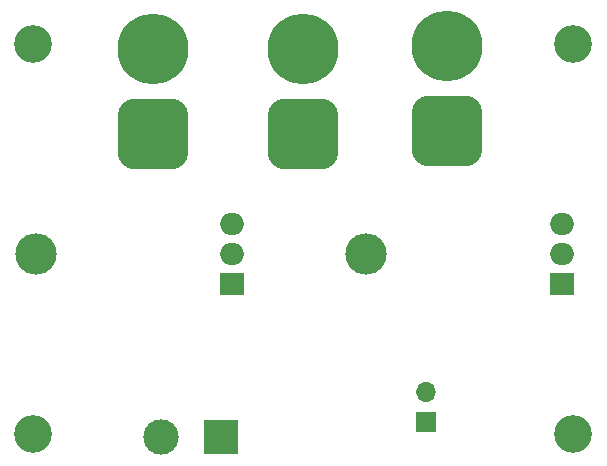
<source format=gbs>
G04 #@! TF.GenerationSoftware,KiCad,Pcbnew,6.0.9-8da3e8f707~116~ubuntu22.04.1*
G04 #@! TF.CreationDate,2022-12-04T14:58:14+01:00*
G04 #@! TF.ProjectId,24V_board,3234565f-626f-4617-9264-2e6b69636164,rev?*
G04 #@! TF.SameCoordinates,Original*
G04 #@! TF.FileFunction,Soldermask,Bot*
G04 #@! TF.FilePolarity,Negative*
%FSLAX46Y46*%
G04 Gerber Fmt 4.6, Leading zero omitted, Abs format (unit mm)*
G04 Created by KiCad (PCBNEW 6.0.9-8da3e8f707~116~ubuntu22.04.1) date 2022-12-04 14:58:14*
%MOMM*%
%LPD*%
G01*
G04 APERTURE LIST*
G04 Aperture macros list*
%AMRoundRect*
0 Rectangle with rounded corners*
0 $1 Rounding radius*
0 $2 $3 $4 $5 $6 $7 $8 $9 X,Y pos of 4 corners*
0 Add a 4 corners polygon primitive as box body*
4,1,4,$2,$3,$4,$5,$6,$7,$8,$9,$2,$3,0*
0 Add four circle primitives for the rounded corners*
1,1,$1+$1,$2,$3*
1,1,$1+$1,$4,$5*
1,1,$1+$1,$6,$7*
1,1,$1+$1,$8,$9*
0 Add four rect primitives between the rounded corners*
20,1,$1+$1,$2,$3,$4,$5,0*
20,1,$1+$1,$4,$5,$6,$7,0*
20,1,$1+$1,$6,$7,$8,$9,0*
20,1,$1+$1,$8,$9,$2,$3,0*%
G04 Aperture macros list end*
%ADD10O,3.500000X3.500000*%
%ADD11R,2.000000X1.905000*%
%ADD12O,2.000000X1.905000*%
%ADD13RoundRect,1.500000X1.500000X-1.500000X1.500000X1.500000X-1.500000X1.500000X-1.500000X-1.500000X0*%
%ADD14C,6.000000*%
%ADD15C,3.200000*%
%ADD16R,3.000000X3.000000*%
%ADD17C,3.000000*%
%ADD18R,1.700000X1.700000*%
%ADD19O,1.700000X1.700000*%
G04 APERTURE END LIST*
D10*
X167830000Y-48260000D03*
D11*
X184490000Y-50800000D03*
D12*
X184490000Y-48260000D03*
X184490000Y-45720000D03*
D13*
X174752000Y-37890000D03*
D14*
X174752000Y-30690000D03*
D13*
X162560000Y-38100000D03*
D14*
X162560000Y-30900000D03*
D15*
X185420000Y-30480000D03*
D10*
X139890000Y-48260000D03*
D11*
X156550000Y-50800000D03*
D12*
X156550000Y-48260000D03*
X156550000Y-45720000D03*
D15*
X139700000Y-30480000D03*
D16*
X155566324Y-63775251D03*
D17*
X150486324Y-63775251D03*
D15*
X185420000Y-63500000D03*
D18*
X172974000Y-62484000D03*
D19*
X172974000Y-59944000D03*
D15*
X139700000Y-63500000D03*
D13*
X149860000Y-38100000D03*
D14*
X149860000Y-30900000D03*
M02*

</source>
